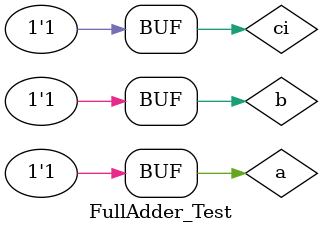
<source format=v>
`timescale 1ns / 1ps


module FullAdder_Test;

	// Inputs
	reg a;
	reg b;
	reg ci;

	// Outputs
	wire co;
	wire s;

	// Instantiate the Unit Under Test (UUT)
	FullAdder uut (
		.co(co), 
		.s(s), 
		.a(a), 
		.b(b), 
		.ci(ci)
	);

	initial begin
		// Initialize Inputs
		a = 0;
		b = 0;
		ci = 0;

		// Wait 100 ns for global reset to finish
		#100 a=0; b=1; ci=0;
		#100 a=1; b=0; ci=0;
		#100 a=1; b=1; ci=0;
		#100 a=0; b=0; ci=1;
		#100 a=0; b=1; ci=1;
		#100 a=1; b=0; ci=1;
		#100 a=1; b=1; ci=1;
        
		// Add stimulus here

	end
      
endmodule


</source>
